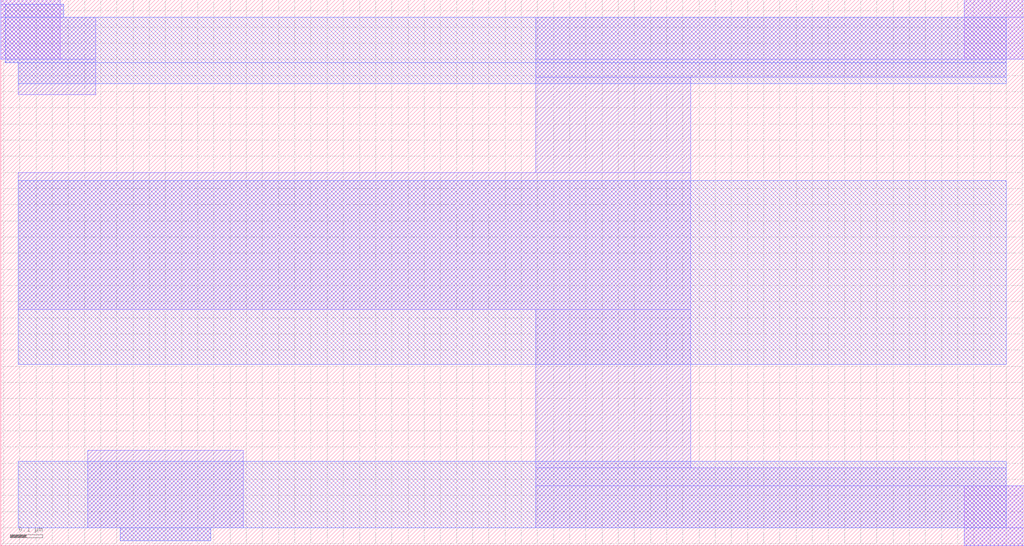
<source format=lef>
# Copyright 2020 The SkyWater PDK Authors
#
# Licensed under the Apache License, Version 2.0 (the "License");
# you may not use this file except in compliance with the License.
# You may obtain a copy of the License at
#
#     https://www.apache.org/licenses/LICENSE-2.0
#
# Unless required by applicable law or agreed to in writing, software
# distributed under the License is distributed on an "AS IS" BASIS,
# WITHOUT WARRANTIES OR CONDITIONS OF ANY KIND, either express or implied.
# See the License for the specific language governing permissions and
# limitations under the License.
#
# SPDX-License-Identifier: Apache-2.0

VERSION 5.7 ;
  NOWIREEXTENSIONATPIN ON ;
  DIVIDERCHAR "/" ;
  BUSBITCHARS "[]" ;
MACRO sky130_fd_bd_sram__sram_dp_swldrv_met23_1
  CLASS BLOCK ;
  FOREIGN sky130_fd_bd_sram__sram_dp_swldrv_met23_1 ;
  ORIGIN  3.110000  0.055000 ;
  SIZE  3.165000 BY  1.690000 ;
  OBS
    LAYER met1 ;
      RECT -3.110000  1.450000 -2.925000 1.635000 ;
      RECT -0.130000 -0.055000  0.055000 0.130000 ;
      RECT -0.130000  1.450000  0.055000 1.635000 ;
    LAYER met2 ;
      RECT -3.110000  1.450000 -2.815000 1.580000 ;
      RECT -3.110000  1.580000 -2.915000 1.620000 ;
      RECT -3.110000  1.620000 -2.925000 1.635000 ;
      RECT -3.095000  1.440000 -2.815000 1.450000 ;
      RECT -3.055000  0.675000 -0.975000 1.100000 ;
      RECT -3.055000  1.340000 -2.815000 1.440000 ;
      RECT -2.840000  0.000000 -2.360000 0.240000 ;
      RECT -2.740000 -0.040000 -2.460000 0.000000 ;
      RECT -1.455000  0.000000  0.055000 0.130000 ;
      RECT -1.455000  0.130000  0.000000 0.185000 ;
      RECT -1.455000  0.185000 -0.975000 0.675000 ;
      RECT -1.455000  1.100000 -0.975000 1.395000 ;
      RECT -1.455000  1.395000  0.000000 1.450000 ;
      RECT -1.455000  1.450000  0.055000 1.580000 ;
      RECT -0.130000 -0.055000  0.055000 0.000000 ;
      RECT -0.130000  1.580000  0.055000 1.635000 ;
    LAYER met3 ;
      RECT -3.095000  1.440000  0.000000 1.580000 ;
      RECT -3.095000  1.580000 -2.915000 1.620000 ;
      RECT -3.055000  0.000000  0.000000 0.205000 ;
      RECT -3.055000  0.505000  0.000000 1.075000 ;
      RECT -3.055000  1.375000  0.000000 1.440000 ;
      RECT -2.740000 -0.040000 -2.460000 0.000000 ;
  END
END sky130_fd_bd_sram__sram_dp_swldrv_met23_1
END LIBRARY

</source>
